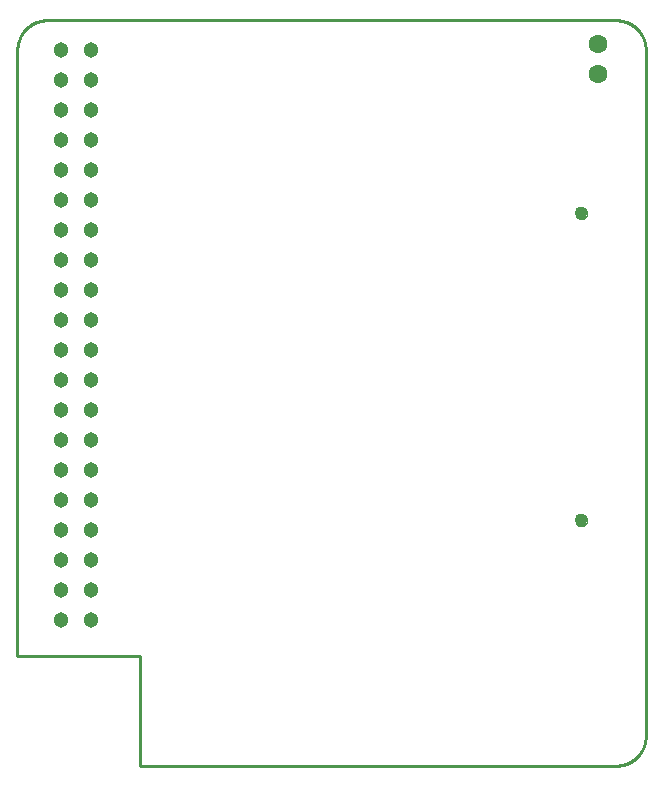
<source format=gbs>
G75*
%MOIN*%
%OFA0B0*%
%FSLAX25Y25*%
%IPPOS*%
%LPD*%
%AMOC8*
5,1,8,0,0,1.08239X$1,22.5*
%
%ADD10C,0.01000*%
%ADD11C,0.05124*%
%ADD12C,0.00000*%
%ADD13C,0.04337*%
%ADD14C,0.06306*%
D10*
X0001500Y0038000D02*
X0042500Y0038000D01*
X0042500Y0001500D01*
X0201000Y0001500D01*
X0201242Y0001503D01*
X0201483Y0001512D01*
X0201724Y0001526D01*
X0201965Y0001547D01*
X0202205Y0001573D01*
X0202445Y0001605D01*
X0202684Y0001643D01*
X0202921Y0001686D01*
X0203158Y0001736D01*
X0203393Y0001791D01*
X0203627Y0001851D01*
X0203859Y0001918D01*
X0204090Y0001989D01*
X0204319Y0002067D01*
X0204546Y0002150D01*
X0204771Y0002238D01*
X0204994Y0002332D01*
X0205214Y0002431D01*
X0205432Y0002536D01*
X0205647Y0002645D01*
X0205860Y0002760D01*
X0206070Y0002880D01*
X0206276Y0003005D01*
X0206480Y0003135D01*
X0206681Y0003270D01*
X0206878Y0003410D01*
X0207072Y0003554D01*
X0207262Y0003703D01*
X0207448Y0003857D01*
X0207631Y0004015D01*
X0207810Y0004177D01*
X0207985Y0004344D01*
X0208156Y0004515D01*
X0208323Y0004690D01*
X0208485Y0004869D01*
X0208643Y0005052D01*
X0208797Y0005238D01*
X0208946Y0005428D01*
X0209090Y0005622D01*
X0209230Y0005819D01*
X0209365Y0006020D01*
X0209495Y0006224D01*
X0209620Y0006430D01*
X0209740Y0006640D01*
X0209855Y0006853D01*
X0209964Y0007068D01*
X0210069Y0007286D01*
X0210168Y0007506D01*
X0210262Y0007729D01*
X0210350Y0007954D01*
X0210433Y0008181D01*
X0210511Y0008410D01*
X0210582Y0008641D01*
X0210649Y0008873D01*
X0210709Y0009107D01*
X0210764Y0009342D01*
X0210814Y0009579D01*
X0210857Y0009816D01*
X0210895Y0010055D01*
X0210927Y0010295D01*
X0210953Y0010535D01*
X0210974Y0010776D01*
X0210988Y0011017D01*
X0210997Y0011258D01*
X0211000Y0011500D01*
X0211000Y0240000D01*
X0210997Y0240242D01*
X0210988Y0240483D01*
X0210974Y0240724D01*
X0210953Y0240965D01*
X0210927Y0241205D01*
X0210895Y0241445D01*
X0210857Y0241684D01*
X0210814Y0241921D01*
X0210764Y0242158D01*
X0210709Y0242393D01*
X0210649Y0242627D01*
X0210582Y0242859D01*
X0210511Y0243090D01*
X0210433Y0243319D01*
X0210350Y0243546D01*
X0210262Y0243771D01*
X0210168Y0243994D01*
X0210069Y0244214D01*
X0209964Y0244432D01*
X0209855Y0244647D01*
X0209740Y0244860D01*
X0209620Y0245070D01*
X0209495Y0245276D01*
X0209365Y0245480D01*
X0209230Y0245681D01*
X0209090Y0245878D01*
X0208946Y0246072D01*
X0208797Y0246262D01*
X0208643Y0246448D01*
X0208485Y0246631D01*
X0208323Y0246810D01*
X0208156Y0246985D01*
X0207985Y0247156D01*
X0207810Y0247323D01*
X0207631Y0247485D01*
X0207448Y0247643D01*
X0207262Y0247797D01*
X0207072Y0247946D01*
X0206878Y0248090D01*
X0206681Y0248230D01*
X0206480Y0248365D01*
X0206276Y0248495D01*
X0206070Y0248620D01*
X0205860Y0248740D01*
X0205647Y0248855D01*
X0205432Y0248964D01*
X0205214Y0249069D01*
X0204994Y0249168D01*
X0204771Y0249262D01*
X0204546Y0249350D01*
X0204319Y0249433D01*
X0204090Y0249511D01*
X0203859Y0249582D01*
X0203627Y0249649D01*
X0203393Y0249709D01*
X0203158Y0249764D01*
X0202921Y0249814D01*
X0202684Y0249857D01*
X0202445Y0249895D01*
X0202205Y0249927D01*
X0201965Y0249953D01*
X0201724Y0249974D01*
X0201483Y0249988D01*
X0201242Y0249997D01*
X0201000Y0250000D01*
X0011500Y0250000D01*
X0011258Y0249997D01*
X0011017Y0249988D01*
X0010776Y0249974D01*
X0010535Y0249953D01*
X0010295Y0249927D01*
X0010055Y0249895D01*
X0009816Y0249857D01*
X0009579Y0249814D01*
X0009342Y0249764D01*
X0009107Y0249709D01*
X0008873Y0249649D01*
X0008641Y0249582D01*
X0008410Y0249511D01*
X0008181Y0249433D01*
X0007954Y0249350D01*
X0007729Y0249262D01*
X0007506Y0249168D01*
X0007286Y0249069D01*
X0007068Y0248964D01*
X0006853Y0248855D01*
X0006640Y0248740D01*
X0006430Y0248620D01*
X0006224Y0248495D01*
X0006020Y0248365D01*
X0005819Y0248230D01*
X0005622Y0248090D01*
X0005428Y0247946D01*
X0005238Y0247797D01*
X0005052Y0247643D01*
X0004869Y0247485D01*
X0004690Y0247323D01*
X0004515Y0247156D01*
X0004344Y0246985D01*
X0004177Y0246810D01*
X0004015Y0246631D01*
X0003857Y0246448D01*
X0003703Y0246262D01*
X0003554Y0246072D01*
X0003410Y0245878D01*
X0003270Y0245681D01*
X0003135Y0245480D01*
X0003005Y0245276D01*
X0002880Y0245070D01*
X0002760Y0244860D01*
X0002645Y0244647D01*
X0002536Y0244432D01*
X0002431Y0244214D01*
X0002332Y0243994D01*
X0002238Y0243771D01*
X0002150Y0243546D01*
X0002067Y0243319D01*
X0001989Y0243090D01*
X0001918Y0242859D01*
X0001851Y0242627D01*
X0001791Y0242393D01*
X0001736Y0242158D01*
X0001686Y0241921D01*
X0001643Y0241684D01*
X0001605Y0241445D01*
X0001573Y0241205D01*
X0001547Y0240965D01*
X0001526Y0240724D01*
X0001512Y0240483D01*
X0001503Y0240242D01*
X0001500Y0240000D01*
X0001500Y0038000D01*
D11*
X0016000Y0050000D03*
X0016000Y0060000D03*
X0016000Y0070000D03*
X0016000Y0080000D03*
X0016000Y0090000D03*
X0016000Y0100000D03*
X0016000Y0110000D03*
X0016000Y0120000D03*
X0016000Y0130000D03*
X0016000Y0140000D03*
X0016000Y0150000D03*
X0016000Y0160000D03*
X0016000Y0170000D03*
X0016000Y0180000D03*
X0016000Y0190000D03*
X0016000Y0200000D03*
X0016000Y0210000D03*
X0016000Y0220000D03*
X0016000Y0230000D03*
X0016000Y0240000D03*
X0026000Y0240000D03*
X0026000Y0230000D03*
X0026000Y0220000D03*
X0026000Y0210000D03*
X0026000Y0200000D03*
X0026000Y0190000D03*
X0026000Y0180000D03*
X0026000Y0170000D03*
X0026000Y0160000D03*
X0026000Y0150000D03*
X0026000Y0140000D03*
X0026000Y0130000D03*
X0026000Y0120000D03*
X0026000Y0110000D03*
X0026000Y0100000D03*
X0026000Y0090000D03*
X0026000Y0080000D03*
X0026000Y0070000D03*
X0026000Y0060000D03*
X0026000Y0050000D03*
D12*
X0187531Y0083319D02*
X0187533Y0083407D01*
X0187539Y0083495D01*
X0187549Y0083583D01*
X0187563Y0083671D01*
X0187580Y0083757D01*
X0187602Y0083843D01*
X0187627Y0083927D01*
X0187657Y0084011D01*
X0187689Y0084093D01*
X0187726Y0084173D01*
X0187766Y0084252D01*
X0187810Y0084329D01*
X0187857Y0084404D01*
X0187907Y0084476D01*
X0187961Y0084547D01*
X0188017Y0084614D01*
X0188077Y0084680D01*
X0188139Y0084742D01*
X0188205Y0084802D01*
X0188272Y0084858D01*
X0188343Y0084912D01*
X0188415Y0084962D01*
X0188490Y0085009D01*
X0188567Y0085053D01*
X0188646Y0085093D01*
X0188726Y0085130D01*
X0188808Y0085162D01*
X0188892Y0085192D01*
X0188976Y0085217D01*
X0189062Y0085239D01*
X0189148Y0085256D01*
X0189236Y0085270D01*
X0189324Y0085280D01*
X0189412Y0085286D01*
X0189500Y0085288D01*
X0189588Y0085286D01*
X0189676Y0085280D01*
X0189764Y0085270D01*
X0189852Y0085256D01*
X0189938Y0085239D01*
X0190024Y0085217D01*
X0190108Y0085192D01*
X0190192Y0085162D01*
X0190274Y0085130D01*
X0190354Y0085093D01*
X0190433Y0085053D01*
X0190510Y0085009D01*
X0190585Y0084962D01*
X0190657Y0084912D01*
X0190728Y0084858D01*
X0190795Y0084802D01*
X0190861Y0084742D01*
X0190923Y0084680D01*
X0190983Y0084614D01*
X0191039Y0084547D01*
X0191093Y0084476D01*
X0191143Y0084404D01*
X0191190Y0084329D01*
X0191234Y0084252D01*
X0191274Y0084173D01*
X0191311Y0084093D01*
X0191343Y0084011D01*
X0191373Y0083927D01*
X0191398Y0083843D01*
X0191420Y0083757D01*
X0191437Y0083671D01*
X0191451Y0083583D01*
X0191461Y0083495D01*
X0191467Y0083407D01*
X0191469Y0083319D01*
X0191467Y0083231D01*
X0191461Y0083143D01*
X0191451Y0083055D01*
X0191437Y0082967D01*
X0191420Y0082881D01*
X0191398Y0082795D01*
X0191373Y0082711D01*
X0191343Y0082627D01*
X0191311Y0082545D01*
X0191274Y0082465D01*
X0191234Y0082386D01*
X0191190Y0082309D01*
X0191143Y0082234D01*
X0191093Y0082162D01*
X0191039Y0082091D01*
X0190983Y0082024D01*
X0190923Y0081958D01*
X0190861Y0081896D01*
X0190795Y0081836D01*
X0190728Y0081780D01*
X0190657Y0081726D01*
X0190585Y0081676D01*
X0190510Y0081629D01*
X0190433Y0081585D01*
X0190354Y0081545D01*
X0190274Y0081508D01*
X0190192Y0081476D01*
X0190108Y0081446D01*
X0190024Y0081421D01*
X0189938Y0081399D01*
X0189852Y0081382D01*
X0189764Y0081368D01*
X0189676Y0081358D01*
X0189588Y0081352D01*
X0189500Y0081350D01*
X0189412Y0081352D01*
X0189324Y0081358D01*
X0189236Y0081368D01*
X0189148Y0081382D01*
X0189062Y0081399D01*
X0188976Y0081421D01*
X0188892Y0081446D01*
X0188808Y0081476D01*
X0188726Y0081508D01*
X0188646Y0081545D01*
X0188567Y0081585D01*
X0188490Y0081629D01*
X0188415Y0081676D01*
X0188343Y0081726D01*
X0188272Y0081780D01*
X0188205Y0081836D01*
X0188139Y0081896D01*
X0188077Y0081958D01*
X0188017Y0082024D01*
X0187961Y0082091D01*
X0187907Y0082162D01*
X0187857Y0082234D01*
X0187810Y0082309D01*
X0187766Y0082386D01*
X0187726Y0082465D01*
X0187689Y0082545D01*
X0187657Y0082627D01*
X0187627Y0082711D01*
X0187602Y0082795D01*
X0187580Y0082881D01*
X0187563Y0082967D01*
X0187549Y0083055D01*
X0187539Y0083143D01*
X0187533Y0083231D01*
X0187531Y0083319D01*
X0187531Y0185681D02*
X0187533Y0185769D01*
X0187539Y0185857D01*
X0187549Y0185945D01*
X0187563Y0186033D01*
X0187580Y0186119D01*
X0187602Y0186205D01*
X0187627Y0186289D01*
X0187657Y0186373D01*
X0187689Y0186455D01*
X0187726Y0186535D01*
X0187766Y0186614D01*
X0187810Y0186691D01*
X0187857Y0186766D01*
X0187907Y0186838D01*
X0187961Y0186909D01*
X0188017Y0186976D01*
X0188077Y0187042D01*
X0188139Y0187104D01*
X0188205Y0187164D01*
X0188272Y0187220D01*
X0188343Y0187274D01*
X0188415Y0187324D01*
X0188490Y0187371D01*
X0188567Y0187415D01*
X0188646Y0187455D01*
X0188726Y0187492D01*
X0188808Y0187524D01*
X0188892Y0187554D01*
X0188976Y0187579D01*
X0189062Y0187601D01*
X0189148Y0187618D01*
X0189236Y0187632D01*
X0189324Y0187642D01*
X0189412Y0187648D01*
X0189500Y0187650D01*
X0189588Y0187648D01*
X0189676Y0187642D01*
X0189764Y0187632D01*
X0189852Y0187618D01*
X0189938Y0187601D01*
X0190024Y0187579D01*
X0190108Y0187554D01*
X0190192Y0187524D01*
X0190274Y0187492D01*
X0190354Y0187455D01*
X0190433Y0187415D01*
X0190510Y0187371D01*
X0190585Y0187324D01*
X0190657Y0187274D01*
X0190728Y0187220D01*
X0190795Y0187164D01*
X0190861Y0187104D01*
X0190923Y0187042D01*
X0190983Y0186976D01*
X0191039Y0186909D01*
X0191093Y0186838D01*
X0191143Y0186766D01*
X0191190Y0186691D01*
X0191234Y0186614D01*
X0191274Y0186535D01*
X0191311Y0186455D01*
X0191343Y0186373D01*
X0191373Y0186289D01*
X0191398Y0186205D01*
X0191420Y0186119D01*
X0191437Y0186033D01*
X0191451Y0185945D01*
X0191461Y0185857D01*
X0191467Y0185769D01*
X0191469Y0185681D01*
X0191467Y0185593D01*
X0191461Y0185505D01*
X0191451Y0185417D01*
X0191437Y0185329D01*
X0191420Y0185243D01*
X0191398Y0185157D01*
X0191373Y0185073D01*
X0191343Y0184989D01*
X0191311Y0184907D01*
X0191274Y0184827D01*
X0191234Y0184748D01*
X0191190Y0184671D01*
X0191143Y0184596D01*
X0191093Y0184524D01*
X0191039Y0184453D01*
X0190983Y0184386D01*
X0190923Y0184320D01*
X0190861Y0184258D01*
X0190795Y0184198D01*
X0190728Y0184142D01*
X0190657Y0184088D01*
X0190585Y0184038D01*
X0190510Y0183991D01*
X0190433Y0183947D01*
X0190354Y0183907D01*
X0190274Y0183870D01*
X0190192Y0183838D01*
X0190108Y0183808D01*
X0190024Y0183783D01*
X0189938Y0183761D01*
X0189852Y0183744D01*
X0189764Y0183730D01*
X0189676Y0183720D01*
X0189588Y0183714D01*
X0189500Y0183712D01*
X0189412Y0183714D01*
X0189324Y0183720D01*
X0189236Y0183730D01*
X0189148Y0183744D01*
X0189062Y0183761D01*
X0188976Y0183783D01*
X0188892Y0183808D01*
X0188808Y0183838D01*
X0188726Y0183870D01*
X0188646Y0183907D01*
X0188567Y0183947D01*
X0188490Y0183991D01*
X0188415Y0184038D01*
X0188343Y0184088D01*
X0188272Y0184142D01*
X0188205Y0184198D01*
X0188139Y0184258D01*
X0188077Y0184320D01*
X0188017Y0184386D01*
X0187961Y0184453D01*
X0187907Y0184524D01*
X0187857Y0184596D01*
X0187810Y0184671D01*
X0187766Y0184748D01*
X0187726Y0184827D01*
X0187689Y0184907D01*
X0187657Y0184989D01*
X0187627Y0185073D01*
X0187602Y0185157D01*
X0187580Y0185243D01*
X0187563Y0185329D01*
X0187549Y0185417D01*
X0187539Y0185505D01*
X0187533Y0185593D01*
X0187531Y0185681D01*
D13*
X0189500Y0185681D03*
X0189500Y0083319D03*
D14*
X0195000Y0232000D03*
X0195000Y0242000D03*
M02*

</source>
